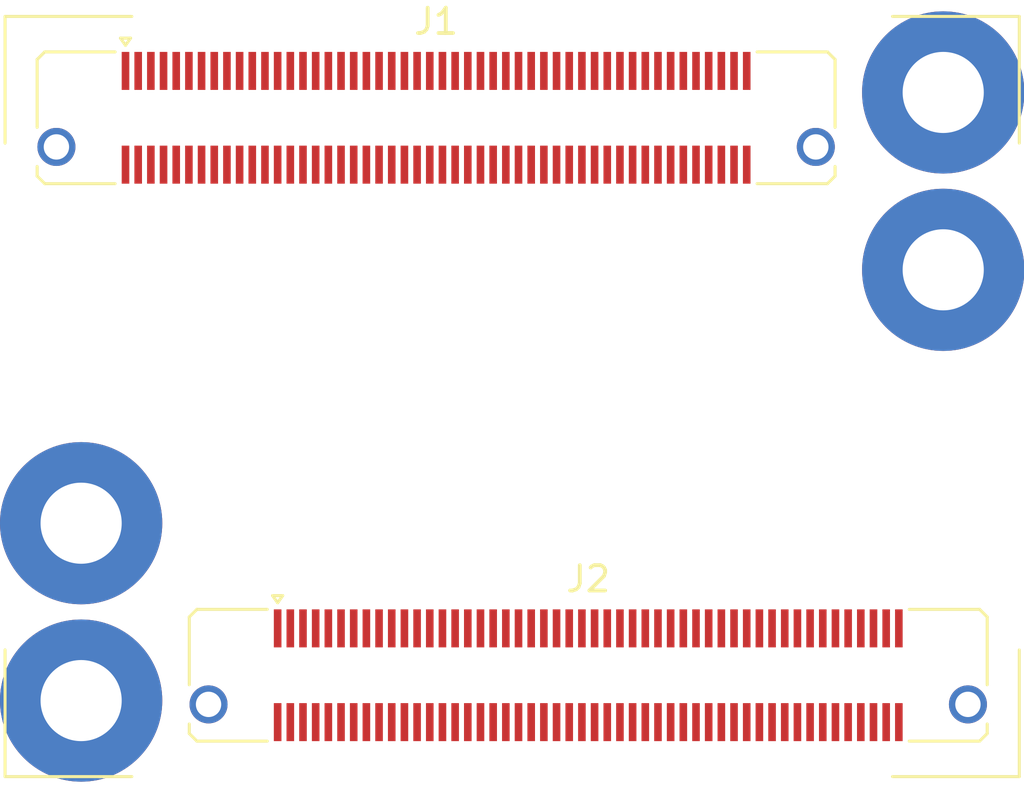
<source format=kicad_pcb>
(kicad_pcb (version 20171130) (host pcbnew 5.1.5+dfsg1-2)

  (general
    (thickness 1.6)
    (drawings 8)
    (tracks 4)
    (zones 0)
    (modules 2)
    (nets 105)
  )

  (page A4)
  (layers
    (0 F.Cu signal)
    (31 B.Cu signal)
    (32 B.Adhes user)
    (33 F.Adhes user)
    (34 B.Paste user)
    (35 F.Paste user)
    (36 B.SilkS user)
    (37 F.SilkS user)
    (38 B.Mask user)
    (39 F.Mask user)
    (40 Dwgs.User user)
    (41 Cmts.User user)
    (42 Eco1.User user)
    (43 Eco2.User user)
    (44 Edge.Cuts user)
    (45 Margin user)
    (46 B.CrtYd user)
    (47 F.CrtYd user)
    (48 B.Fab user)
    (49 F.Fab user)
  )

  (setup
    (last_trace_width 0.25)
    (trace_clearance 0.2)
    (zone_clearance 0.508)
    (zone_45_only no)
    (trace_min 0.2)
    (via_size 0.8)
    (via_drill 0.4)
    (via_min_size 0.4)
    (via_min_drill 0.3)
    (uvia_size 0.3)
    (uvia_drill 0.1)
    (uvias_allowed no)
    (uvia_min_size 0.2)
    (uvia_min_drill 0.1)
    (edge_width 0.05)
    (segment_width 0.2)
    (pcb_text_width 0.3)
    (pcb_text_size 1.5 1.5)
    (mod_edge_width 0.12)
    (mod_text_size 1 1)
    (mod_text_width 0.15)
    (pad_size 1.524 1.524)
    (pad_drill 0.762)
    (pad_to_mask_clearance 0.051)
    (solder_mask_min_width 0.25)
    (aux_axis_origin 0 0)
    (visible_elements FFFFFF7F)
    (pcbplotparams
      (layerselection 0x010fc_ffffffff)
      (usegerberextensions false)
      (usegerberattributes false)
      (usegerberadvancedattributes false)
      (creategerberjobfile false)
      (excludeedgelayer true)
      (linewidth 0.100000)
      (plotframeref false)
      (viasonmask false)
      (mode 1)
      (useauxorigin false)
      (hpglpennumber 1)
      (hpglpenspeed 20)
      (hpglpendiameter 15.000000)
      (psnegative false)
      (psa4output false)
      (plotreference true)
      (plotvalue true)
      (plotinvisibletext false)
      (padsonsilk false)
      (subtractmaskfromsilk false)
      (outputformat 1)
      (mirror false)
      (drillshape 1)
      (scaleselection 1)
      (outputdirectory ""))
  )

  (net 0 "")
  (net 1 "Net-(J1-Pad52)")
  (net 2 "Net-(J1-Pad50)")
  (net 3 "Net-(J1-Pad48)")
  (net 4 "Net-(J1-Pad46)")
  (net 5 "Net-(J1-Pad44)")
  (net 6 "Net-(J1-Pad42)")
  (net 7 "Net-(J1-Pad40)")
  (net 8 "Net-(J1-Pad38)")
  (net 9 "Net-(J1-Pad36)")
  (net 10 "Net-(J1-Pad34)")
  (net 11 "Net-(J1-Pad32)")
  (net 12 "Net-(J1-Pad30)")
  (net 13 "Net-(J1-Pad28)")
  (net 14 "Net-(J1-Pad26)")
  (net 15 "Net-(J1-Pad24)")
  (net 16 "Net-(J1-Pad22)")
  (net 17 "Net-(J1-Pad20)")
  (net 18 "Net-(J1-Pad18)")
  (net 19 "Net-(J1-Pad16)")
  (net 20 "Net-(J1-Pad14)")
  (net 21 "Net-(J1-Pad12)")
  (net 22 "Net-(J1-Pad10)")
  (net 23 "Net-(J1-Pad8)")
  (net 24 "Net-(J1-Pad6)")
  (net 25 "Net-(J1-Pad4)")
  (net 26 "Net-(J1-Pad2)")
  (net 27 "Net-(J1-Pad51)")
  (net 28 "Net-(J1-Pad49)")
  (net 29 "Net-(J1-Pad47)")
  (net 30 "Net-(J1-Pad45)")
  (net 31 "Net-(J1-Pad43)")
  (net 32 "Net-(J1-Pad41)")
  (net 33 "Net-(J1-Pad39)")
  (net 34 "Net-(J1-Pad37)")
  (net 35 "Net-(J1-Pad35)")
  (net 36 "Net-(J1-Pad33)")
  (net 37 "Net-(J1-Pad31)")
  (net 38 "Net-(J1-Pad29)")
  (net 39 "Net-(J1-Pad27)")
  (net 40 "Net-(J1-Pad25)")
  (net 41 "Net-(J1-Pad23)")
  (net 42 "Net-(J1-Pad21)")
  (net 43 "Net-(J1-Pad19)")
  (net 44 "Net-(J1-Pad17)")
  (net 45 "Net-(J1-Pad15)")
  (net 46 "Net-(J1-Pad13)")
  (net 47 "Net-(J1-Pad11)")
  (net 48 "Net-(J1-Pad9)")
  (net 49 "Net-(J1-Pad7)")
  (net 50 "Net-(J1-Pad5)")
  (net 51 "Net-(J1-Pad3)")
  (net 52 "Net-(J1-Pad1)")
  (net 53 "Net-(J2-Pad52)")
  (net 54 "Net-(J2-Pad50)")
  (net 55 "Net-(J2-Pad48)")
  (net 56 "Net-(J2-Pad46)")
  (net 57 "Net-(J2-Pad44)")
  (net 58 "Net-(J2-Pad42)")
  (net 59 "Net-(J2-Pad40)")
  (net 60 "Net-(J2-Pad38)")
  (net 61 "Net-(J2-Pad36)")
  (net 62 "Net-(J2-Pad34)")
  (net 63 "Net-(J2-Pad32)")
  (net 64 "Net-(J2-Pad30)")
  (net 65 "Net-(J2-Pad28)")
  (net 66 "Net-(J2-Pad26)")
  (net 67 "Net-(J2-Pad24)")
  (net 68 "Net-(J2-Pad22)")
  (net 69 "Net-(J2-Pad20)")
  (net 70 "Net-(J2-Pad18)")
  (net 71 "Net-(J2-Pad16)")
  (net 72 "Net-(J2-Pad14)")
  (net 73 "Net-(J2-Pad12)")
  (net 74 "Net-(J2-Pad10)")
  (net 75 "Net-(J2-Pad8)")
  (net 76 "Net-(J2-Pad6)")
  (net 77 "Net-(J2-Pad4)")
  (net 78 "Net-(J2-Pad2)")
  (net 79 "Net-(J2-Pad51)")
  (net 80 "Net-(J2-Pad49)")
  (net 81 "Net-(J2-Pad47)")
  (net 82 "Net-(J2-Pad45)")
  (net 83 "Net-(J2-Pad43)")
  (net 84 "Net-(J2-Pad41)")
  (net 85 "Net-(J2-Pad39)")
  (net 86 "Net-(J2-Pad37)")
  (net 87 "Net-(J2-Pad35)")
  (net 88 "Net-(J2-Pad33)")
  (net 89 "Net-(J2-Pad31)")
  (net 90 "Net-(J2-Pad29)")
  (net 91 "Net-(J2-Pad27)")
  (net 92 "Net-(J2-Pad25)")
  (net 93 "Net-(J2-Pad23)")
  (net 94 "Net-(J2-Pad21)")
  (net 95 "Net-(J2-Pad19)")
  (net 96 "Net-(J2-Pad17)")
  (net 97 "Net-(J2-Pad15)")
  (net 98 "Net-(J2-Pad13)")
  (net 99 "Net-(J2-Pad11)")
  (net 100 "Net-(J2-Pad9)")
  (net 101 "Net-(J2-Pad7)")
  (net 102 "Net-(J2-Pad5)")
  (net 103 "Net-(J2-Pad3)")
  (net 104 "Net-(J2-Pad1)")

  (net_class Default "This is the default net class."
    (clearance 0.2)
    (trace_width 0.25)
    (via_dia 0.8)
    (via_drill 0.4)
    (uvia_dia 0.3)
    (uvia_drill 0.1)
    (add_net "Net-(J1-Pad1)")
    (add_net "Net-(J1-Pad10)")
    (add_net "Net-(J1-Pad11)")
    (add_net "Net-(J1-Pad12)")
    (add_net "Net-(J1-Pad13)")
    (add_net "Net-(J1-Pad14)")
    (add_net "Net-(J1-Pad15)")
    (add_net "Net-(J1-Pad16)")
    (add_net "Net-(J1-Pad17)")
    (add_net "Net-(J1-Pad18)")
    (add_net "Net-(J1-Pad19)")
    (add_net "Net-(J1-Pad2)")
    (add_net "Net-(J1-Pad20)")
    (add_net "Net-(J1-Pad21)")
    (add_net "Net-(J1-Pad22)")
    (add_net "Net-(J1-Pad23)")
    (add_net "Net-(J1-Pad24)")
    (add_net "Net-(J1-Pad25)")
    (add_net "Net-(J1-Pad26)")
    (add_net "Net-(J1-Pad27)")
    (add_net "Net-(J1-Pad28)")
    (add_net "Net-(J1-Pad29)")
    (add_net "Net-(J1-Pad3)")
    (add_net "Net-(J1-Pad30)")
    (add_net "Net-(J1-Pad31)")
    (add_net "Net-(J1-Pad32)")
    (add_net "Net-(J1-Pad33)")
    (add_net "Net-(J1-Pad34)")
    (add_net "Net-(J1-Pad35)")
    (add_net "Net-(J1-Pad36)")
    (add_net "Net-(J1-Pad37)")
    (add_net "Net-(J1-Pad38)")
    (add_net "Net-(J1-Pad39)")
    (add_net "Net-(J1-Pad4)")
    (add_net "Net-(J1-Pad40)")
    (add_net "Net-(J1-Pad41)")
    (add_net "Net-(J1-Pad42)")
    (add_net "Net-(J1-Pad43)")
    (add_net "Net-(J1-Pad44)")
    (add_net "Net-(J1-Pad45)")
    (add_net "Net-(J1-Pad46)")
    (add_net "Net-(J1-Pad47)")
    (add_net "Net-(J1-Pad48)")
    (add_net "Net-(J1-Pad49)")
    (add_net "Net-(J1-Pad5)")
    (add_net "Net-(J1-Pad50)")
    (add_net "Net-(J1-Pad51)")
    (add_net "Net-(J1-Pad52)")
    (add_net "Net-(J1-Pad6)")
    (add_net "Net-(J1-Pad7)")
    (add_net "Net-(J1-Pad8)")
    (add_net "Net-(J1-Pad9)")
    (add_net "Net-(J2-Pad1)")
    (add_net "Net-(J2-Pad10)")
    (add_net "Net-(J2-Pad11)")
    (add_net "Net-(J2-Pad12)")
    (add_net "Net-(J2-Pad13)")
    (add_net "Net-(J2-Pad14)")
    (add_net "Net-(J2-Pad15)")
    (add_net "Net-(J2-Pad16)")
    (add_net "Net-(J2-Pad17)")
    (add_net "Net-(J2-Pad18)")
    (add_net "Net-(J2-Pad19)")
    (add_net "Net-(J2-Pad2)")
    (add_net "Net-(J2-Pad20)")
    (add_net "Net-(J2-Pad21)")
    (add_net "Net-(J2-Pad22)")
    (add_net "Net-(J2-Pad23)")
    (add_net "Net-(J2-Pad24)")
    (add_net "Net-(J2-Pad25)")
    (add_net "Net-(J2-Pad26)")
    (add_net "Net-(J2-Pad27)")
    (add_net "Net-(J2-Pad28)")
    (add_net "Net-(J2-Pad29)")
    (add_net "Net-(J2-Pad3)")
    (add_net "Net-(J2-Pad30)")
    (add_net "Net-(J2-Pad31)")
    (add_net "Net-(J2-Pad32)")
    (add_net "Net-(J2-Pad33)")
    (add_net "Net-(J2-Pad34)")
    (add_net "Net-(J2-Pad35)")
    (add_net "Net-(J2-Pad36)")
    (add_net "Net-(J2-Pad37)")
    (add_net "Net-(J2-Pad38)")
    (add_net "Net-(J2-Pad39)")
    (add_net "Net-(J2-Pad4)")
    (add_net "Net-(J2-Pad40)")
    (add_net "Net-(J2-Pad41)")
    (add_net "Net-(J2-Pad42)")
    (add_net "Net-(J2-Pad43)")
    (add_net "Net-(J2-Pad44)")
    (add_net "Net-(J2-Pad45)")
    (add_net "Net-(J2-Pad46)")
    (add_net "Net-(J2-Pad47)")
    (add_net "Net-(J2-Pad48)")
    (add_net "Net-(J2-Pad49)")
    (add_net "Net-(J2-Pad5)")
    (add_net "Net-(J2-Pad50)")
    (add_net "Net-(J2-Pad51)")
    (add_net "Net-(J2-Pad52)")
    (add_net "Net-(J2-Pad6)")
    (add_net "Net-(J2-Pad7)")
    (add_net "Net-(J2-Pad8)")
    (add_net "Net-(J2-Pad9)")
  )

  (module Connector_Samtec:Samtec_LSHM-150-xx.x-x-DV-S_2x50-1SH_P0.50mm_Vertical (layer F.Cu) (tedit 5A7E26C4) (tstamp 5E44EAB1)
    (at 23 -4)
    (descr "Molex LSHM 0.50 mm Razor Beam High-Speed Hermaphroditic Terminal/Socket Strip, LSHM-150-xx.x-x-DV-S, 50 Pins per row (http://suddendocs.samtec.com/prints/lshm-1xx-xx.x-x-dv-a-x-x-tr-footprint.pdf), generated with kicad-footprint-generator")
    (tags "connector Samtec  side entry")
    (path /5E44B9E3)
    (attr smd)
    (fp_text reference J2 (at 0 -3.8) (layer F.SilkS)
      (effects (font (size 1 1) (thickness 0.15)))
    )
    (fp_text value Conn_02x26_Odd_Even (at 0 3.8) (layer F.Fab)
      (effects (font (size 1 1) (thickness 0.15)))
    )
    (fp_text user %R (at 0 0) (layer F.Fab)
      (effects (font (size 1 1) (thickness 0.15)))
    )
    (fp_line (start 16.22 -3.1) (end -16.22 -3.1) (layer F.CrtYd) (width 0.05))
    (fp_line (start 16.22 3.1) (end 16.22 -3.1) (layer F.CrtYd) (width 0.05))
    (fp_line (start -16.22 3.1) (end 16.22 3.1) (layer F.CrtYd) (width 0.05))
    (fp_line (start -16.22 -3.1) (end -16.22 3.1) (layer F.CrtYd) (width 0.05))
    (fp_line (start -12.25 -1.782893) (end -11.75 -2.49) (layer F.Fab) (width 0.1))
    (fp_line (start -12.75 -2.49) (end -12.25 -1.782893) (layer F.Fab) (width 0.1))
    (fp_line (start -12.05 -3.142843) (end -12.25 -2.86) (layer F.SilkS) (width 0.12))
    (fp_line (start -12.45 -3.142843) (end -12.05 -3.142843) (layer F.SilkS) (width 0.12))
    (fp_line (start -12.25 -2.86) (end -12.45 -3.142843) (layer F.SilkS) (width 0.12))
    (fp_line (start 15.435 2.6) (end 12.66 2.6) (layer F.SilkS) (width 0.12))
    (fp_line (start 15.735 2.3) (end 15.435 2.6) (layer F.SilkS) (width 0.12))
    (fp_line (start 15.735 1.923046) (end 15.735 2.3) (layer F.SilkS) (width 0.12))
    (fp_line (start -15.435 2.6) (end -12.66 2.6) (layer F.SilkS) (width 0.12))
    (fp_line (start -15.735 2.3) (end -15.435 2.6) (layer F.SilkS) (width 0.12))
    (fp_line (start -15.735 1.923046) (end -15.735 2.3) (layer F.SilkS) (width 0.12))
    (fp_line (start 15.735 -2.3) (end 15.735 0.376954) (layer F.SilkS) (width 0.12))
    (fp_line (start 15.435 -2.6) (end 15.735 -2.3) (layer F.SilkS) (width 0.12))
    (fp_line (start 12.66 -2.6) (end 15.435 -2.6) (layer F.SilkS) (width 0.12))
    (fp_line (start -15.735 -2.3) (end -15.735 0.376954) (layer F.SilkS) (width 0.12))
    (fp_line (start -15.435 -2.6) (end -15.735 -2.3) (layer F.SilkS) (width 0.12))
    (fp_line (start -12.66 -2.6) (end -15.435 -2.6) (layer F.SilkS) (width 0.12))
    (fp_line (start 15.325 2.49) (end 0 2.49) (layer F.Fab) (width 0.1))
    (fp_line (start 15.625 2.19) (end 15.325 2.49) (layer F.Fab) (width 0.1))
    (fp_line (start 15.625 -2.19) (end 15.625 2.19) (layer F.Fab) (width 0.1))
    (fp_line (start 15.325 -2.49) (end 15.625 -2.19) (layer F.Fab) (width 0.1))
    (fp_line (start 0 -2.49) (end 15.325 -2.49) (layer F.Fab) (width 0.1))
    (fp_line (start -15.325 2.49) (end 0 2.49) (layer F.Fab) (width 0.1))
    (fp_line (start -15.625 2.19) (end -15.325 2.49) (layer F.Fab) (width 0.1))
    (fp_line (start -15.625 -2.19) (end -15.625 2.19) (layer F.Fab) (width 0.1))
    (fp_line (start -15.325 -2.49) (end -15.625 -2.19) (layer F.Fab) (width 0.1))
    (fp_line (start 0 -2.49) (end -15.325 -2.49) (layer F.Fab) (width 0.1))
    (pad SH thru_hole circle (at -14.975 1.15) (size 1.5 1.5) (drill 1) (layers *.Cu *.Mask))
    (pad SH thru_hole circle (at 14.975 1.15) (size 1.5 1.5) (drill 1) (layers *.Cu *.Mask))
    (pad "" np_thru_hole circle (at -13.5 -0.85) (size 1.45 1.45) (drill 1.45) (layers *.Cu *.Mask))
    (pad "" np_thru_hole circle (at 13.5 -0.85) (size 1.45 1.45) (drill 1.45) (layers *.Cu *.Mask))
    (pad 100 smd rect (at 12.25 1.85) (size 0.3 1.5) (layers F.Cu F.Paste F.Mask))
    (pad 98 smd rect (at 11.75 1.85) (size 0.3 1.5) (layers F.Cu F.Paste F.Mask))
    (pad 96 smd rect (at 11.25 1.85) (size 0.3 1.5) (layers F.Cu F.Paste F.Mask))
    (pad 94 smd rect (at 10.75 1.85) (size 0.3 1.5) (layers F.Cu F.Paste F.Mask))
    (pad 92 smd rect (at 10.25 1.85) (size 0.3 1.5) (layers F.Cu F.Paste F.Mask))
    (pad 90 smd rect (at 9.75 1.85) (size 0.3 1.5) (layers F.Cu F.Paste F.Mask))
    (pad 88 smd rect (at 9.25 1.85) (size 0.3 1.5) (layers F.Cu F.Paste F.Mask))
    (pad 86 smd rect (at 8.75 1.85) (size 0.3 1.5) (layers F.Cu F.Paste F.Mask))
    (pad 84 smd rect (at 8.25 1.85) (size 0.3 1.5) (layers F.Cu F.Paste F.Mask))
    (pad 82 smd rect (at 7.75 1.85) (size 0.3 1.5) (layers F.Cu F.Paste F.Mask))
    (pad 80 smd rect (at 7.25 1.85) (size 0.3 1.5) (layers F.Cu F.Paste F.Mask))
    (pad 78 smd rect (at 6.75 1.85) (size 0.3 1.5) (layers F.Cu F.Paste F.Mask))
    (pad 76 smd rect (at 6.25 1.85) (size 0.3 1.5) (layers F.Cu F.Paste F.Mask))
    (pad 74 smd rect (at 5.75 1.85) (size 0.3 1.5) (layers F.Cu F.Paste F.Mask))
    (pad 72 smd rect (at 5.25 1.85) (size 0.3 1.5) (layers F.Cu F.Paste F.Mask))
    (pad 70 smd rect (at 4.75 1.85) (size 0.3 1.5) (layers F.Cu F.Paste F.Mask))
    (pad 68 smd rect (at 4.25 1.85) (size 0.3 1.5) (layers F.Cu F.Paste F.Mask))
    (pad 66 smd rect (at 3.75 1.85) (size 0.3 1.5) (layers F.Cu F.Paste F.Mask))
    (pad 64 smd rect (at 3.25 1.85) (size 0.3 1.5) (layers F.Cu F.Paste F.Mask))
    (pad 62 smd rect (at 2.75 1.85) (size 0.3 1.5) (layers F.Cu F.Paste F.Mask))
    (pad 60 smd rect (at 2.25 1.85) (size 0.3 1.5) (layers F.Cu F.Paste F.Mask))
    (pad 58 smd rect (at 1.75 1.85) (size 0.3 1.5) (layers F.Cu F.Paste F.Mask))
    (pad 56 smd rect (at 1.25 1.85) (size 0.3 1.5) (layers F.Cu F.Paste F.Mask))
    (pad 54 smd rect (at 0.75 1.85) (size 0.3 1.5) (layers F.Cu F.Paste F.Mask))
    (pad 52 smd rect (at 0.25 1.85) (size 0.3 1.5) (layers F.Cu F.Paste F.Mask)
      (net 53 "Net-(J2-Pad52)"))
    (pad 50 smd rect (at -0.25 1.85) (size 0.3 1.5) (layers F.Cu F.Paste F.Mask)
      (net 54 "Net-(J2-Pad50)"))
    (pad 48 smd rect (at -0.75 1.85) (size 0.3 1.5) (layers F.Cu F.Paste F.Mask)
      (net 55 "Net-(J2-Pad48)"))
    (pad 46 smd rect (at -1.25 1.85) (size 0.3 1.5) (layers F.Cu F.Paste F.Mask)
      (net 56 "Net-(J2-Pad46)"))
    (pad 44 smd rect (at -1.75 1.85) (size 0.3 1.5) (layers F.Cu F.Paste F.Mask)
      (net 57 "Net-(J2-Pad44)"))
    (pad 42 smd rect (at -2.25 1.85) (size 0.3 1.5) (layers F.Cu F.Paste F.Mask)
      (net 58 "Net-(J2-Pad42)"))
    (pad 40 smd rect (at -2.75 1.85) (size 0.3 1.5) (layers F.Cu F.Paste F.Mask)
      (net 59 "Net-(J2-Pad40)"))
    (pad 38 smd rect (at -3.25 1.85) (size 0.3 1.5) (layers F.Cu F.Paste F.Mask)
      (net 60 "Net-(J2-Pad38)"))
    (pad 36 smd rect (at -3.75 1.85) (size 0.3 1.5) (layers F.Cu F.Paste F.Mask)
      (net 61 "Net-(J2-Pad36)"))
    (pad 34 smd rect (at -4.25 1.85) (size 0.3 1.5) (layers F.Cu F.Paste F.Mask)
      (net 62 "Net-(J2-Pad34)"))
    (pad 32 smd rect (at -4.75 1.85) (size 0.3 1.5) (layers F.Cu F.Paste F.Mask)
      (net 63 "Net-(J2-Pad32)"))
    (pad 30 smd rect (at -5.25 1.85) (size 0.3 1.5) (layers F.Cu F.Paste F.Mask)
      (net 64 "Net-(J2-Pad30)"))
    (pad 28 smd rect (at -5.75 1.85) (size 0.3 1.5) (layers F.Cu F.Paste F.Mask)
      (net 65 "Net-(J2-Pad28)"))
    (pad 26 smd rect (at -6.25 1.85) (size 0.3 1.5) (layers F.Cu F.Paste F.Mask)
      (net 66 "Net-(J2-Pad26)"))
    (pad 24 smd rect (at -6.75 1.85) (size 0.3 1.5) (layers F.Cu F.Paste F.Mask)
      (net 67 "Net-(J2-Pad24)"))
    (pad 22 smd rect (at -7.25 1.85) (size 0.3 1.5) (layers F.Cu F.Paste F.Mask)
      (net 68 "Net-(J2-Pad22)"))
    (pad 20 smd rect (at -7.75 1.85) (size 0.3 1.5) (layers F.Cu F.Paste F.Mask)
      (net 69 "Net-(J2-Pad20)"))
    (pad 18 smd rect (at -8.25 1.85) (size 0.3 1.5) (layers F.Cu F.Paste F.Mask)
      (net 70 "Net-(J2-Pad18)"))
    (pad 16 smd rect (at -8.75 1.85) (size 0.3 1.5) (layers F.Cu F.Paste F.Mask)
      (net 71 "Net-(J2-Pad16)"))
    (pad 14 smd rect (at -9.25 1.85) (size 0.3 1.5) (layers F.Cu F.Paste F.Mask)
      (net 72 "Net-(J2-Pad14)"))
    (pad 12 smd rect (at -9.75 1.85) (size 0.3 1.5) (layers F.Cu F.Paste F.Mask)
      (net 73 "Net-(J2-Pad12)"))
    (pad 10 smd rect (at -10.25 1.85) (size 0.3 1.5) (layers F.Cu F.Paste F.Mask)
      (net 74 "Net-(J2-Pad10)"))
    (pad 8 smd rect (at -10.75 1.85) (size 0.3 1.5) (layers F.Cu F.Paste F.Mask)
      (net 75 "Net-(J2-Pad8)"))
    (pad 6 smd rect (at -11.25 1.85) (size 0.3 1.5) (layers F.Cu F.Paste F.Mask)
      (net 76 "Net-(J2-Pad6)"))
    (pad 4 smd rect (at -11.75 1.85) (size 0.3 1.5) (layers F.Cu F.Paste F.Mask)
      (net 77 "Net-(J2-Pad4)"))
    (pad 2 smd rect (at -12.25 1.85) (size 0.3 1.5) (layers F.Cu F.Paste F.Mask)
      (net 78 "Net-(J2-Pad2)"))
    (pad 99 smd rect (at 12.25 -1.85) (size 0.3 1.5) (layers F.Cu F.Paste F.Mask))
    (pad 97 smd rect (at 11.75 -1.85) (size 0.3 1.5) (layers F.Cu F.Paste F.Mask))
    (pad 95 smd rect (at 11.25 -1.85) (size 0.3 1.5) (layers F.Cu F.Paste F.Mask))
    (pad 93 smd rect (at 10.75 -1.85) (size 0.3 1.5) (layers F.Cu F.Paste F.Mask))
    (pad 91 smd rect (at 10.25 -1.85) (size 0.3 1.5) (layers F.Cu F.Paste F.Mask))
    (pad 89 smd rect (at 9.75 -1.85) (size 0.3 1.5) (layers F.Cu F.Paste F.Mask))
    (pad 87 smd rect (at 9.25 -1.85) (size 0.3 1.5) (layers F.Cu F.Paste F.Mask))
    (pad 85 smd rect (at 8.75 -1.85) (size 0.3 1.5) (layers F.Cu F.Paste F.Mask))
    (pad 83 smd rect (at 8.25 -1.85) (size 0.3 1.5) (layers F.Cu F.Paste F.Mask))
    (pad 81 smd rect (at 7.75 -1.85) (size 0.3 1.5) (layers F.Cu F.Paste F.Mask))
    (pad 79 smd rect (at 7.25 -1.85) (size 0.3 1.5) (layers F.Cu F.Paste F.Mask))
    (pad 77 smd rect (at 6.75 -1.85) (size 0.3 1.5) (layers F.Cu F.Paste F.Mask))
    (pad 75 smd rect (at 6.25 -1.85) (size 0.3 1.5) (layers F.Cu F.Paste F.Mask))
    (pad 73 smd rect (at 5.75 -1.85) (size 0.3 1.5) (layers F.Cu F.Paste F.Mask))
    (pad 71 smd rect (at 5.25 -1.85) (size 0.3 1.5) (layers F.Cu F.Paste F.Mask))
    (pad 69 smd rect (at 4.75 -1.85) (size 0.3 1.5) (layers F.Cu F.Paste F.Mask))
    (pad 67 smd rect (at 4.25 -1.85) (size 0.3 1.5) (layers F.Cu F.Paste F.Mask))
    (pad 65 smd rect (at 3.75 -1.85) (size 0.3 1.5) (layers F.Cu F.Paste F.Mask))
    (pad 63 smd rect (at 3.25 -1.85) (size 0.3 1.5) (layers F.Cu F.Paste F.Mask))
    (pad 61 smd rect (at 2.75 -1.85) (size 0.3 1.5) (layers F.Cu F.Paste F.Mask))
    (pad 59 smd rect (at 2.25 -1.85) (size 0.3 1.5) (layers F.Cu F.Paste F.Mask))
    (pad 57 smd rect (at 1.75 -1.85) (size 0.3 1.5) (layers F.Cu F.Paste F.Mask))
    (pad 55 smd rect (at 1.25 -1.85) (size 0.3 1.5) (layers F.Cu F.Paste F.Mask))
    (pad 53 smd rect (at 0.75 -1.85) (size 0.3 1.5) (layers F.Cu F.Paste F.Mask))
    (pad 51 smd rect (at 0.25 -1.85) (size 0.3 1.5) (layers F.Cu F.Paste F.Mask)
      (net 79 "Net-(J2-Pad51)"))
    (pad 49 smd rect (at -0.25 -1.85) (size 0.3 1.5) (layers F.Cu F.Paste F.Mask)
      (net 80 "Net-(J2-Pad49)"))
    (pad 47 smd rect (at -0.75 -1.85) (size 0.3 1.5) (layers F.Cu F.Paste F.Mask)
      (net 81 "Net-(J2-Pad47)"))
    (pad 45 smd rect (at -1.25 -1.85) (size 0.3 1.5) (layers F.Cu F.Paste F.Mask)
      (net 82 "Net-(J2-Pad45)"))
    (pad 43 smd rect (at -1.75 -1.85) (size 0.3 1.5) (layers F.Cu F.Paste F.Mask)
      (net 83 "Net-(J2-Pad43)"))
    (pad 41 smd rect (at -2.25 -1.85) (size 0.3 1.5) (layers F.Cu F.Paste F.Mask)
      (net 84 "Net-(J2-Pad41)"))
    (pad 39 smd rect (at -2.75 -1.85) (size 0.3 1.5) (layers F.Cu F.Paste F.Mask)
      (net 85 "Net-(J2-Pad39)"))
    (pad 37 smd rect (at -3.25 -1.85) (size 0.3 1.5) (layers F.Cu F.Paste F.Mask)
      (net 86 "Net-(J2-Pad37)"))
    (pad 35 smd rect (at -3.75 -1.85) (size 0.3 1.5) (layers F.Cu F.Paste F.Mask)
      (net 87 "Net-(J2-Pad35)"))
    (pad 33 smd rect (at -4.25 -1.85) (size 0.3 1.5) (layers F.Cu F.Paste F.Mask)
      (net 88 "Net-(J2-Pad33)"))
    (pad 31 smd rect (at -4.75 -1.85) (size 0.3 1.5) (layers F.Cu F.Paste F.Mask)
      (net 89 "Net-(J2-Pad31)"))
    (pad 29 smd rect (at -5.25 -1.85) (size 0.3 1.5) (layers F.Cu F.Paste F.Mask)
      (net 90 "Net-(J2-Pad29)"))
    (pad 27 smd rect (at -5.75 -1.85) (size 0.3 1.5) (layers F.Cu F.Paste F.Mask)
      (net 91 "Net-(J2-Pad27)"))
    (pad 25 smd rect (at -6.25 -1.85) (size 0.3 1.5) (layers F.Cu F.Paste F.Mask)
      (net 92 "Net-(J2-Pad25)"))
    (pad 23 smd rect (at -6.75 -1.85) (size 0.3 1.5) (layers F.Cu F.Paste F.Mask)
      (net 93 "Net-(J2-Pad23)"))
    (pad 21 smd rect (at -7.25 -1.85) (size 0.3 1.5) (layers F.Cu F.Paste F.Mask)
      (net 94 "Net-(J2-Pad21)"))
    (pad 19 smd rect (at -7.75 -1.85) (size 0.3 1.5) (layers F.Cu F.Paste F.Mask)
      (net 95 "Net-(J2-Pad19)"))
    (pad 17 smd rect (at -8.25 -1.85) (size 0.3 1.5) (layers F.Cu F.Paste F.Mask)
      (net 96 "Net-(J2-Pad17)"))
    (pad 15 smd rect (at -8.75 -1.85) (size 0.3 1.5) (layers F.Cu F.Paste F.Mask)
      (net 97 "Net-(J2-Pad15)"))
    (pad 13 smd rect (at -9.25 -1.85) (size 0.3 1.5) (layers F.Cu F.Paste F.Mask)
      (net 98 "Net-(J2-Pad13)"))
    (pad 11 smd rect (at -9.75 -1.85) (size 0.3 1.5) (layers F.Cu F.Paste F.Mask)
      (net 99 "Net-(J2-Pad11)"))
    (pad 9 smd rect (at -10.25 -1.85) (size 0.3 1.5) (layers F.Cu F.Paste F.Mask)
      (net 100 "Net-(J2-Pad9)"))
    (pad 7 smd rect (at -10.75 -1.85) (size 0.3 1.5) (layers F.Cu F.Paste F.Mask)
      (net 101 "Net-(J2-Pad7)"))
    (pad 5 smd rect (at -11.25 -1.85) (size 0.3 1.5) (layers F.Cu F.Paste F.Mask)
      (net 102 "Net-(J2-Pad5)"))
    (pad 3 smd rect (at -11.75 -1.85) (size 0.3 1.5) (layers F.Cu F.Paste F.Mask)
      (net 103 "Net-(J2-Pad3)"))
    (pad 1 smd rect (at -12.25 -1.85) (size 0.3 1.5) (layers F.Cu F.Paste F.Mask)
      (net 104 "Net-(J2-Pad1)"))
    (model ${KISYS3DMOD}/Connector_Samtec.3dshapes/Samtec_LSHM-150-xx.x-x-DV-S_2x50-1SH_P0.50mm_Vertical.wrl
      (at (xyz 0 0 0))
      (scale (xyz 1 1 1))
      (rotate (xyz 0 0 0))
    )
  )

  (module Connector_Samtec:Samtec_LSHM-150-xx.x-x-DV-S_2x50-1SH_P0.50mm_Vertical (layer F.Cu) (tedit 5A7E26C4) (tstamp 5E44EA25)
    (at 17 -26)
    (descr "Molex LSHM 0.50 mm Razor Beam High-Speed Hermaphroditic Terminal/Socket Strip, LSHM-150-xx.x-x-DV-S, 50 Pins per row (http://suddendocs.samtec.com/prints/lshm-1xx-xx.x-x-dv-a-x-x-tr-footprint.pdf), generated with kicad-footprint-generator")
    (tags "connector Samtec  side entry")
    (path /5E44A2CC)
    (attr smd)
    (fp_text reference J1 (at 0 -3.8) (layer F.SilkS)
      (effects (font (size 1 1) (thickness 0.15)))
    )
    (fp_text value Conn_02x26_Odd_Even (at 0 3.8) (layer F.Fab)
      (effects (font (size 1 1) (thickness 0.15)))
    )
    (fp_text user %R (at 0 0) (layer F.Fab)
      (effects (font (size 1 1) (thickness 0.15)))
    )
    (fp_line (start 16.22 -3.1) (end -16.22 -3.1) (layer F.CrtYd) (width 0.05))
    (fp_line (start 16.22 3.1) (end 16.22 -3.1) (layer F.CrtYd) (width 0.05))
    (fp_line (start -16.22 3.1) (end 16.22 3.1) (layer F.CrtYd) (width 0.05))
    (fp_line (start -16.22 -3.1) (end -16.22 3.1) (layer F.CrtYd) (width 0.05))
    (fp_line (start -12.25 -1.782893) (end -11.75 -2.49) (layer F.Fab) (width 0.1))
    (fp_line (start -12.75 -2.49) (end -12.25 -1.782893) (layer F.Fab) (width 0.1))
    (fp_line (start -12.05 -3.142843) (end -12.25 -2.86) (layer F.SilkS) (width 0.12))
    (fp_line (start -12.45 -3.142843) (end -12.05 -3.142843) (layer F.SilkS) (width 0.12))
    (fp_line (start -12.25 -2.86) (end -12.45 -3.142843) (layer F.SilkS) (width 0.12))
    (fp_line (start 15.435 2.6) (end 12.66 2.6) (layer F.SilkS) (width 0.12))
    (fp_line (start 15.735 2.3) (end 15.435 2.6) (layer F.SilkS) (width 0.12))
    (fp_line (start 15.735 1.923046) (end 15.735 2.3) (layer F.SilkS) (width 0.12))
    (fp_line (start -15.435 2.6) (end -12.66 2.6) (layer F.SilkS) (width 0.12))
    (fp_line (start -15.735 2.3) (end -15.435 2.6) (layer F.SilkS) (width 0.12))
    (fp_line (start -15.735 1.923046) (end -15.735 2.3) (layer F.SilkS) (width 0.12))
    (fp_line (start 15.735 -2.3) (end 15.735 0.376954) (layer F.SilkS) (width 0.12))
    (fp_line (start 15.435 -2.6) (end 15.735 -2.3) (layer F.SilkS) (width 0.12))
    (fp_line (start 12.66 -2.6) (end 15.435 -2.6) (layer F.SilkS) (width 0.12))
    (fp_line (start -15.735 -2.3) (end -15.735 0.376954) (layer F.SilkS) (width 0.12))
    (fp_line (start -15.435 -2.6) (end -15.735 -2.3) (layer F.SilkS) (width 0.12))
    (fp_line (start -12.66 -2.6) (end -15.435 -2.6) (layer F.SilkS) (width 0.12))
    (fp_line (start 15.325 2.49) (end 0 2.49) (layer F.Fab) (width 0.1))
    (fp_line (start 15.625 2.19) (end 15.325 2.49) (layer F.Fab) (width 0.1))
    (fp_line (start 15.625 -2.19) (end 15.625 2.19) (layer F.Fab) (width 0.1))
    (fp_line (start 15.325 -2.49) (end 15.625 -2.19) (layer F.Fab) (width 0.1))
    (fp_line (start 0 -2.49) (end 15.325 -2.49) (layer F.Fab) (width 0.1))
    (fp_line (start -15.325 2.49) (end 0 2.49) (layer F.Fab) (width 0.1))
    (fp_line (start -15.625 2.19) (end -15.325 2.49) (layer F.Fab) (width 0.1))
    (fp_line (start -15.625 -2.19) (end -15.625 2.19) (layer F.Fab) (width 0.1))
    (fp_line (start -15.325 -2.49) (end -15.625 -2.19) (layer F.Fab) (width 0.1))
    (fp_line (start 0 -2.49) (end -15.325 -2.49) (layer F.Fab) (width 0.1))
    (pad SH thru_hole circle (at -14.975 1.15) (size 1.5 1.5) (drill 1) (layers *.Cu *.Mask))
    (pad SH thru_hole circle (at 14.975 1.15) (size 1.5 1.5) (drill 1) (layers *.Cu *.Mask))
    (pad "" np_thru_hole circle (at -13.5 -0.85) (size 1.45 1.45) (drill 1.45) (layers *.Cu *.Mask))
    (pad "" np_thru_hole circle (at 13.5 -0.85) (size 1.45 1.45) (drill 1.45) (layers *.Cu *.Mask))
    (pad 100 smd rect (at 12.25 1.85) (size 0.3 1.5) (layers F.Cu F.Paste F.Mask))
    (pad 98 smd rect (at 11.75 1.85) (size 0.3 1.5) (layers F.Cu F.Paste F.Mask))
    (pad 96 smd rect (at 11.25 1.85) (size 0.3 1.5) (layers F.Cu F.Paste F.Mask))
    (pad 94 smd rect (at 10.75 1.85) (size 0.3 1.5) (layers F.Cu F.Paste F.Mask))
    (pad 92 smd rect (at 10.25 1.85) (size 0.3 1.5) (layers F.Cu F.Paste F.Mask))
    (pad 90 smd rect (at 9.75 1.85) (size 0.3 1.5) (layers F.Cu F.Paste F.Mask))
    (pad 88 smd rect (at 9.25 1.85) (size 0.3 1.5) (layers F.Cu F.Paste F.Mask))
    (pad 86 smd rect (at 8.75 1.85) (size 0.3 1.5) (layers F.Cu F.Paste F.Mask))
    (pad 84 smd rect (at 8.25 1.85) (size 0.3 1.5) (layers F.Cu F.Paste F.Mask))
    (pad 82 smd rect (at 7.75 1.85) (size 0.3 1.5) (layers F.Cu F.Paste F.Mask))
    (pad 80 smd rect (at 7.25 1.85) (size 0.3 1.5) (layers F.Cu F.Paste F.Mask))
    (pad 78 smd rect (at 6.75 1.85) (size 0.3 1.5) (layers F.Cu F.Paste F.Mask))
    (pad 76 smd rect (at 6.25 1.85) (size 0.3 1.5) (layers F.Cu F.Paste F.Mask))
    (pad 74 smd rect (at 5.75 1.85) (size 0.3 1.5) (layers F.Cu F.Paste F.Mask))
    (pad 72 smd rect (at 5.25 1.85) (size 0.3 1.5) (layers F.Cu F.Paste F.Mask))
    (pad 70 smd rect (at 4.75 1.85) (size 0.3 1.5) (layers F.Cu F.Paste F.Mask))
    (pad 68 smd rect (at 4.25 1.85) (size 0.3 1.5) (layers F.Cu F.Paste F.Mask))
    (pad 66 smd rect (at 3.75 1.85) (size 0.3 1.5) (layers F.Cu F.Paste F.Mask))
    (pad 64 smd rect (at 3.25 1.85) (size 0.3 1.5) (layers F.Cu F.Paste F.Mask))
    (pad 62 smd rect (at 2.75 1.85) (size 0.3 1.5) (layers F.Cu F.Paste F.Mask))
    (pad 60 smd rect (at 2.25 1.85) (size 0.3 1.5) (layers F.Cu F.Paste F.Mask))
    (pad 58 smd rect (at 1.75 1.85) (size 0.3 1.5) (layers F.Cu F.Paste F.Mask))
    (pad 56 smd rect (at 1.25 1.85) (size 0.3 1.5) (layers F.Cu F.Paste F.Mask))
    (pad 54 smd rect (at 0.75 1.85) (size 0.3 1.5) (layers F.Cu F.Paste F.Mask))
    (pad 52 smd rect (at 0.25 1.85) (size 0.3 1.5) (layers F.Cu F.Paste F.Mask)
      (net 1 "Net-(J1-Pad52)"))
    (pad 50 smd rect (at -0.25 1.85) (size 0.3 1.5) (layers F.Cu F.Paste F.Mask)
      (net 2 "Net-(J1-Pad50)"))
    (pad 48 smd rect (at -0.75 1.85) (size 0.3 1.5) (layers F.Cu F.Paste F.Mask)
      (net 3 "Net-(J1-Pad48)"))
    (pad 46 smd rect (at -1.25 1.85) (size 0.3 1.5) (layers F.Cu F.Paste F.Mask)
      (net 4 "Net-(J1-Pad46)"))
    (pad 44 smd rect (at -1.75 1.85) (size 0.3 1.5) (layers F.Cu F.Paste F.Mask)
      (net 5 "Net-(J1-Pad44)"))
    (pad 42 smd rect (at -2.25 1.85) (size 0.3 1.5) (layers F.Cu F.Paste F.Mask)
      (net 6 "Net-(J1-Pad42)"))
    (pad 40 smd rect (at -2.75 1.85) (size 0.3 1.5) (layers F.Cu F.Paste F.Mask)
      (net 7 "Net-(J1-Pad40)"))
    (pad 38 smd rect (at -3.25 1.85) (size 0.3 1.5) (layers F.Cu F.Paste F.Mask)
      (net 8 "Net-(J1-Pad38)"))
    (pad 36 smd rect (at -3.75 1.85) (size 0.3 1.5) (layers F.Cu F.Paste F.Mask)
      (net 9 "Net-(J1-Pad36)"))
    (pad 34 smd rect (at -4.25 1.85) (size 0.3 1.5) (layers F.Cu F.Paste F.Mask)
      (net 10 "Net-(J1-Pad34)"))
    (pad 32 smd rect (at -4.75 1.85) (size 0.3 1.5) (layers F.Cu F.Paste F.Mask)
      (net 11 "Net-(J1-Pad32)"))
    (pad 30 smd rect (at -5.25 1.85) (size 0.3 1.5) (layers F.Cu F.Paste F.Mask)
      (net 12 "Net-(J1-Pad30)"))
    (pad 28 smd rect (at -5.75 1.85) (size 0.3 1.5) (layers F.Cu F.Paste F.Mask)
      (net 13 "Net-(J1-Pad28)"))
    (pad 26 smd rect (at -6.25 1.85) (size 0.3 1.5) (layers F.Cu F.Paste F.Mask)
      (net 14 "Net-(J1-Pad26)"))
    (pad 24 smd rect (at -6.75 1.85) (size 0.3 1.5) (layers F.Cu F.Paste F.Mask)
      (net 15 "Net-(J1-Pad24)"))
    (pad 22 smd rect (at -7.25 1.85) (size 0.3 1.5) (layers F.Cu F.Paste F.Mask)
      (net 16 "Net-(J1-Pad22)"))
    (pad 20 smd rect (at -7.75 1.85) (size 0.3 1.5) (layers F.Cu F.Paste F.Mask)
      (net 17 "Net-(J1-Pad20)"))
    (pad 18 smd rect (at -8.25 1.85) (size 0.3 1.5) (layers F.Cu F.Paste F.Mask)
      (net 18 "Net-(J1-Pad18)"))
    (pad 16 smd rect (at -8.75 1.85) (size 0.3 1.5) (layers F.Cu F.Paste F.Mask)
      (net 19 "Net-(J1-Pad16)"))
    (pad 14 smd rect (at -9.25 1.85) (size 0.3 1.5) (layers F.Cu F.Paste F.Mask)
      (net 20 "Net-(J1-Pad14)"))
    (pad 12 smd rect (at -9.75 1.85) (size 0.3 1.5) (layers F.Cu F.Paste F.Mask)
      (net 21 "Net-(J1-Pad12)"))
    (pad 10 smd rect (at -10.25 1.85) (size 0.3 1.5) (layers F.Cu F.Paste F.Mask)
      (net 22 "Net-(J1-Pad10)"))
    (pad 8 smd rect (at -10.75 1.85) (size 0.3 1.5) (layers F.Cu F.Paste F.Mask)
      (net 23 "Net-(J1-Pad8)"))
    (pad 6 smd rect (at -11.25 1.85) (size 0.3 1.5) (layers F.Cu F.Paste F.Mask)
      (net 24 "Net-(J1-Pad6)"))
    (pad 4 smd rect (at -11.75 1.85) (size 0.3 1.5) (layers F.Cu F.Paste F.Mask)
      (net 25 "Net-(J1-Pad4)"))
    (pad 2 smd rect (at -12.25 1.85) (size 0.3 1.5) (layers F.Cu F.Paste F.Mask)
      (net 26 "Net-(J1-Pad2)"))
    (pad 99 smd rect (at 12.25 -1.85) (size 0.3 1.5) (layers F.Cu F.Paste F.Mask))
    (pad 97 smd rect (at 11.75 -1.85) (size 0.3 1.5) (layers F.Cu F.Paste F.Mask))
    (pad 95 smd rect (at 11.25 -1.85) (size 0.3 1.5) (layers F.Cu F.Paste F.Mask))
    (pad 93 smd rect (at 10.75 -1.85) (size 0.3 1.5) (layers F.Cu F.Paste F.Mask))
    (pad 91 smd rect (at 10.25 -1.85) (size 0.3 1.5) (layers F.Cu F.Paste F.Mask))
    (pad 89 smd rect (at 9.75 -1.85) (size 0.3 1.5) (layers F.Cu F.Paste F.Mask))
    (pad 87 smd rect (at 9.25 -1.85) (size 0.3 1.5) (layers F.Cu F.Paste F.Mask))
    (pad 85 smd rect (at 8.75 -1.85) (size 0.3 1.5) (layers F.Cu F.Paste F.Mask))
    (pad 83 smd rect (at 8.25 -1.85) (size 0.3 1.5) (layers F.Cu F.Paste F.Mask))
    (pad 81 smd rect (at 7.75 -1.85) (size 0.3 1.5) (layers F.Cu F.Paste F.Mask))
    (pad 79 smd rect (at 7.25 -1.85) (size 0.3 1.5) (layers F.Cu F.Paste F.Mask))
    (pad 77 smd rect (at 6.75 -1.85) (size 0.3 1.5) (layers F.Cu F.Paste F.Mask))
    (pad 75 smd rect (at 6.25 -1.85) (size 0.3 1.5) (layers F.Cu F.Paste F.Mask))
    (pad 73 smd rect (at 5.75 -1.85) (size 0.3 1.5) (layers F.Cu F.Paste F.Mask))
    (pad 71 smd rect (at 5.25 -1.85) (size 0.3 1.5) (layers F.Cu F.Paste F.Mask))
    (pad 69 smd rect (at 4.75 -1.85) (size 0.3 1.5) (layers F.Cu F.Paste F.Mask))
    (pad 67 smd rect (at 4.25 -1.85) (size 0.3 1.5) (layers F.Cu F.Paste F.Mask))
    (pad 65 smd rect (at 3.75 -1.85) (size 0.3 1.5) (layers F.Cu F.Paste F.Mask))
    (pad 63 smd rect (at 3.25 -1.85) (size 0.3 1.5) (layers F.Cu F.Paste F.Mask))
    (pad 61 smd rect (at 2.75 -1.85) (size 0.3 1.5) (layers F.Cu F.Paste F.Mask))
    (pad 59 smd rect (at 2.25 -1.85) (size 0.3 1.5) (layers F.Cu F.Paste F.Mask))
    (pad 57 smd rect (at 1.75 -1.85) (size 0.3 1.5) (layers F.Cu F.Paste F.Mask))
    (pad 55 smd rect (at 1.25 -1.85) (size 0.3 1.5) (layers F.Cu F.Paste F.Mask))
    (pad 53 smd rect (at 0.75 -1.85) (size 0.3 1.5) (layers F.Cu F.Paste F.Mask))
    (pad 51 smd rect (at 0.25 -1.85) (size 0.3 1.5) (layers F.Cu F.Paste F.Mask)
      (net 27 "Net-(J1-Pad51)"))
    (pad 49 smd rect (at -0.25 -1.85) (size 0.3 1.5) (layers F.Cu F.Paste F.Mask)
      (net 28 "Net-(J1-Pad49)"))
    (pad 47 smd rect (at -0.75 -1.85) (size 0.3 1.5) (layers F.Cu F.Paste F.Mask)
      (net 29 "Net-(J1-Pad47)"))
    (pad 45 smd rect (at -1.25 -1.85) (size 0.3 1.5) (layers F.Cu F.Paste F.Mask)
      (net 30 "Net-(J1-Pad45)"))
    (pad 43 smd rect (at -1.75 -1.85) (size 0.3 1.5) (layers F.Cu F.Paste F.Mask)
      (net 31 "Net-(J1-Pad43)"))
    (pad 41 smd rect (at -2.25 -1.85) (size 0.3 1.5) (layers F.Cu F.Paste F.Mask)
      (net 32 "Net-(J1-Pad41)"))
    (pad 39 smd rect (at -2.75 -1.85) (size 0.3 1.5) (layers F.Cu F.Paste F.Mask)
      (net 33 "Net-(J1-Pad39)"))
    (pad 37 smd rect (at -3.25 -1.85) (size 0.3 1.5) (layers F.Cu F.Paste F.Mask)
      (net 34 "Net-(J1-Pad37)"))
    (pad 35 smd rect (at -3.75 -1.85) (size 0.3 1.5) (layers F.Cu F.Paste F.Mask)
      (net 35 "Net-(J1-Pad35)"))
    (pad 33 smd rect (at -4.25 -1.85) (size 0.3 1.5) (layers F.Cu F.Paste F.Mask)
      (net 36 "Net-(J1-Pad33)"))
    (pad 31 smd rect (at -4.75 -1.85) (size 0.3 1.5) (layers F.Cu F.Paste F.Mask)
      (net 37 "Net-(J1-Pad31)"))
    (pad 29 smd rect (at -5.25 -1.85) (size 0.3 1.5) (layers F.Cu F.Paste F.Mask)
      (net 38 "Net-(J1-Pad29)"))
    (pad 27 smd rect (at -5.75 -1.85) (size 0.3 1.5) (layers F.Cu F.Paste F.Mask)
      (net 39 "Net-(J1-Pad27)"))
    (pad 25 smd rect (at -6.25 -1.85) (size 0.3 1.5) (layers F.Cu F.Paste F.Mask)
      (net 40 "Net-(J1-Pad25)"))
    (pad 23 smd rect (at -6.75 -1.85) (size 0.3 1.5) (layers F.Cu F.Paste F.Mask)
      (net 41 "Net-(J1-Pad23)"))
    (pad 21 smd rect (at -7.25 -1.85) (size 0.3 1.5) (layers F.Cu F.Paste F.Mask)
      (net 42 "Net-(J1-Pad21)"))
    (pad 19 smd rect (at -7.75 -1.85) (size 0.3 1.5) (layers F.Cu F.Paste F.Mask)
      (net 43 "Net-(J1-Pad19)"))
    (pad 17 smd rect (at -8.25 -1.85) (size 0.3 1.5) (layers F.Cu F.Paste F.Mask)
      (net 44 "Net-(J1-Pad17)"))
    (pad 15 smd rect (at -8.75 -1.85) (size 0.3 1.5) (layers F.Cu F.Paste F.Mask)
      (net 45 "Net-(J1-Pad15)"))
    (pad 13 smd rect (at -9.25 -1.85) (size 0.3 1.5) (layers F.Cu F.Paste F.Mask)
      (net 46 "Net-(J1-Pad13)"))
    (pad 11 smd rect (at -9.75 -1.85) (size 0.3 1.5) (layers F.Cu F.Paste F.Mask)
      (net 47 "Net-(J1-Pad11)"))
    (pad 9 smd rect (at -10.25 -1.85) (size 0.3 1.5) (layers F.Cu F.Paste F.Mask)
      (net 48 "Net-(J1-Pad9)"))
    (pad 7 smd rect (at -10.75 -1.85) (size 0.3 1.5) (layers F.Cu F.Paste F.Mask)
      (net 49 "Net-(J1-Pad7)"))
    (pad 5 smd rect (at -11.25 -1.85) (size 0.3 1.5) (layers F.Cu F.Paste F.Mask)
      (net 50 "Net-(J1-Pad5)"))
    (pad 3 smd rect (at -11.75 -1.85) (size 0.3 1.5) (layers F.Cu F.Paste F.Mask)
      (net 51 "Net-(J1-Pad3)"))
    (pad 1 smd rect (at -12.25 -1.85) (size 0.3 1.5) (layers F.Cu F.Paste F.Mask)
      (net 52 "Net-(J1-Pad1)"))
    (model ${KISYS3DMOD}/Connector_Samtec.3dshapes/Samtec_LSHM-150-xx.x-x-DV-S_2x50-1SH_P0.50mm_Vertical.wrl
      (at (xyz 0 0 0))
      (scale (xyz 1 1 1))
      (rotate (xyz 0 0 0))
    )
  )

  (gr_line (start 40 0) (end 35 0) (layer F.SilkS) (width 0.12))
  (gr_line (start 40 0) (end 40 -5) (layer F.SilkS) (width 0.12))
  (gr_line (start 40 -30) (end 40 -25) (layer F.SilkS) (width 0.12))
  (gr_line (start 40 -30) (end 35 -30) (layer F.SilkS) (width 0.12))
  (gr_line (start 0 -30) (end 0 -25) (layer F.SilkS) (width 0.12))
  (gr_line (start 0 -30) (end 5 -30) (layer F.SilkS) (width 0.12))
  (gr_line (start 0 0) (end 0 -5) (layer F.SilkS) (width 0.12))
  (gr_line (start 0 0) (end 5 0) (layer F.SilkS) (width 0.12))

  (via (at 3 -3) (size 6.4) (drill 3.2) (layers F.Cu B.Cu) (net 0))
  (via (at 3 -10) (size 6.4) (drill 3.2) (layers F.Cu B.Cu) (net 0) (tstamp 5E44F2E3))
  (via (at 37 -27) (size 6.4) (drill 3.2) (layers F.Cu B.Cu) (net 0) (tstamp 5E44F2E5))
  (via (at 37 -20) (size 6.4) (drill 3.2) (layers F.Cu B.Cu) (net 0) (tstamp 5E44F2E7))

)

</source>
